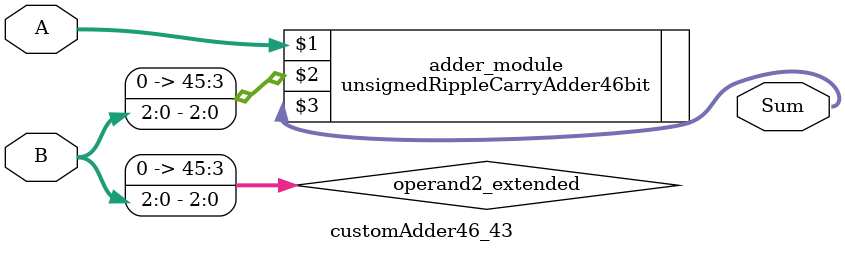
<source format=v>
module customAdder46_43(
                        input [45 : 0] A,
                        input [2 : 0] B,
                        
                        output [46 : 0] Sum
                );

        wire [45 : 0] operand2_extended;
        
        assign operand2_extended =  {43'b0, B};
        
        unsignedRippleCarryAdder46bit adder_module(
            A,
            operand2_extended,
            Sum
        );
        
        endmodule
        
</source>
